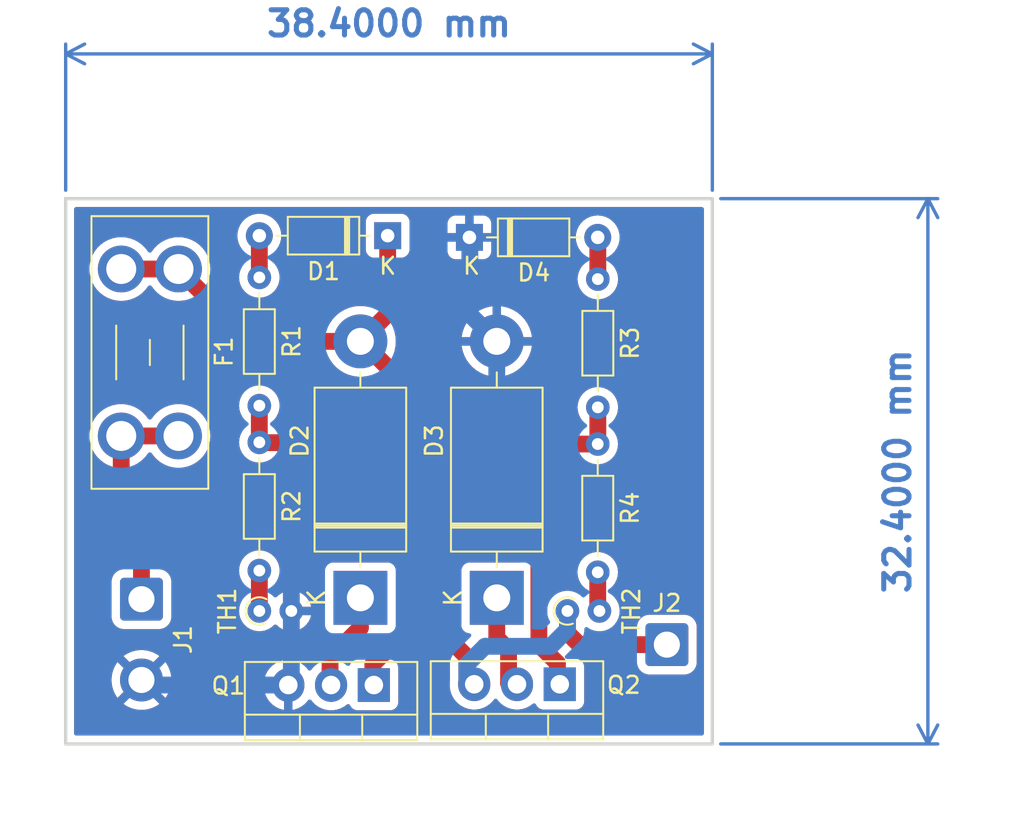
<source format=kicad_pcb>
(kicad_pcb (version 20240108) (generator "pcbnew") (generator_version "8.0")
  (title_block (date "2024-05-02") (rev "V1.0") (comment 1 "Author: Emiel V"))
  (layers (0 "F.Cu" signal) (31 "B.Cu" signal) (34 "B.Paste" user) (35 "F.Paste" user) (36 "B.SilkS" user "B.Silkscreen") (37 "F.SilkS" user "F.Silkscreen") (38 "B.Mask" user) (39 "F.Mask" user) (44 "Edge.Cuts" user))
  (net 0 "")
  (net 1 "6VAC")
  (net 2 "Net-(D1-A)")
  (net 3 "Net-(D2-K)")
  (net 4 "Net-(D3-K)")
  (net 5 "Earth")
  (net 6 "Net-(D4-A)")
  (net 7 "Net-(J1-Pin_1)")
  (net 8 "Net-(Q1-G)")
  (net 9 "Net-(Q2-G)")
  (net 10 "Net-(R2-Pad2)")
  (net 11 "Net-(R4-Pad2)")
  (footprint "Fuse:Fuseholder_Blade_Mini_Keystone_3568" (layer "F.Cu") (at 131.4 107.9 90)
    (property "Reference" "F1" (at 5 6.1 90) (layer "F.SilkS"))
    (property "Value" "Fuse")
    (fp_line (start 13.06 -1.77) (end -3.14 -1.77) (stroke (width 0.12)) (layer "F.SilkS"))
    (fp_line (start -3.14 -1.77) (end -3.14 5.17) (stroke (width 0.12)) (layer "F.SilkS"))
    (fp_line (start 3.36 -0.3) (end 6.56 -0.3) (stroke (width 0.12)) (layer "F.SilkS"))
    (fp_line (start 4.21 1.7) (end 5.71 1.7) (stroke (width 0.12)) (layer "F.SilkS"))
    (fp_line (start 6.56 3.7) (end 3.36 3.7) (stroke (width 0.12)) (layer "F.SilkS"))
    (fp_line (start 13.06 5.17) (end 13.06 -1.77) (stroke (width 0.12)) (layer "F.SilkS"))
    (fp_line (start -3.14 5.17) (end 13.06 5.17) (stroke (width 0.12)) (layer "F.SilkS"))
    (pad "1" thru_hole circle (at 0 0 90) (size 2.78 2.78) (drill 1.78) (layers "*.Cu" "*.Mask") (net 7 "Net-(J1-Pin_1)"))
    (pad "1" thru_hole circle (at 0 3.4 90) (size 2.78 2.78) (drill 1.78) (layers "*.Cu" "*.Mask") (net 7 "Net-(J1-Pin_1)"))
    (pad "2" thru_hole circle (at 9.92 0 90) (size 2.78 2.78) (drill 1.78) (layers "*.Cu" "*.Mask") (net 1 "6VAC"))
    (pad "2" thru_hole circle (at 9.92 3.4 90) (size 2.78 2.78) (drill 1.78) (layers "*.Cu" "*.Mask") (net 1 "6VAC"))
  )
  (footprint "Resistor_THT:R_Axial_DIN0204_L3.6mm_D1.6mm_P7.62mm_Horizontal" (layer "F.Cu") (at 139.6 108.28 -90)
    (property "Reference" "R2" (at 3.81 -1.92 90) (layer "F.SilkS"))
    (property "Value" "1K")
    (fp_line (start 1.89 0.92) (end 5.73 0.92) (stroke (width 0.12)) (layer "F.SilkS"))
    (fp_line (start 5.73 0.92) (end 5.73 -0.92) (stroke (width 0.12)) (layer "F.SilkS"))
    (fp_line (start 0.94 0) (end 1.89 0) (stroke (width 0.12)) (layer "F.SilkS"))
    (fp_line (start 6.68 0) (end 5.73 0) (stroke (width 0.12)) (layer "F.SilkS"))
    (fp_line (start 1.89 -0.92) (end 1.89 0.92) (stroke (width 0.12)) (layer "F.SilkS"))
    (fp_line (start 5.73 -0.92) (end 1.89 -0.92) (stroke (width 0.12)) (layer "F.SilkS"))
    (pad "1" thru_hole circle (at 0 0 270) (size 1.4 1.4) (drill 0.7) (layers "*.Cu" "*.Mask") (net 8 "Net-(Q1-G)"))
    (pad "2" thru_hole oval (at 7.62 0 270) (size 1.4 1.4) (drill 0.7) (layers "*.Cu" "*.Mask") (net 10 "Net-(R2-Pad2)"))
  )
  (footprint "Diode_THT:D_DO-201AD_P15.24mm_Horizontal" (layer "F.Cu") (at 145.6 117.52 90)
    (property "Reference" "D2" (at 9.32 -3.6 -90) (layer "F.SilkS"))
    (property "Value" "1N5406")
    (fp_line (start 12.49 -2.72) (end 2.75 -2.72) (stroke (width 0.12)) (layer "F.SilkS"))
    (fp_line (start 4.415 -2.72) (end 4.415 2.72) (stroke (width 0.12)) (layer "F.SilkS"))
    (fp_line (start 4.295 -2.72) (end 4.295 2.72) (stroke (width 0.12)) (layer "F.SilkS"))
    (fp_line (start 4.175 -2.72) (end 4.175 2.72) (stroke (width 0.12)) (layer "F.SilkS"))
    (fp_line (start 2.75 -2.72) (end 2.75 2.72) (stroke (width 0.12)) (layer "F.SilkS"))
    (fp_line (start 13.4 0) (end 12.49 0) (stroke (width 0.12)) (layer "F.SilkS"))
    (fp_line (start 1.84 0) (end 2.75 0) (stroke (width 0.12)) (layer "F.SilkS"))
    (fp_line (start 12.49 2.72) (end 12.49 -2.72) (stroke (width 0.12)) (layer "F.SilkS"))
    (fp_line (start 2.75 2.72) (end 12.49 2.72) (stroke (width 0.12)) (layer "F.SilkS"))
    (fp_text user "K" (at 0 -2.6 -90) (layer "F.SilkS"))
    (pad "1" thru_hole rect (at 0 0 90) (size 3.2 3.2) (drill 1.6) (layers "*.Cu" "*.Mask") (net 3 "Net-(D2-K)"))
    (pad "2" thru_hole oval (at 15.24 0 90) (size 3.2 3.2) (drill 1.6) (layers "*.Cu" "*.Mask") (net 1 "6VAC"))
  )
  (footprint "Connector_Wire:SolderWire-0.75sqmm_1x02_P4.8mm_D1.25mm_OD2.3mm" (layer "F.Cu") (at 132.6 117.6 -90)
    (property "Reference" "J1" (at 2.4 -2.47 90) (layer "F.SilkS"))
    (property "Value" "Conn_01x02_Socket")
    (pad "1" thru_hole roundrect (at 0 0 270) (size 2.55 2.55) (drill 1.55) (layers "*.Cu" "*.Mask") (roundrect_rratio 0.098039) (net 7 "Net-(J1-Pin_1)"))
    (pad "2" thru_hole circle (at 4.8 0 270) (size 2.55 2.55) (drill 1.55) (layers "*.Cu" "*.Mask") (net 5 "Earth"))
  )
  (footprint "Diode_THT:D_DO-201AD_P15.24mm_Horizontal" (layer "F.Cu") (at 153.7 117.52 90)
    (property "Reference" "D3" (at 9.32 -3.72 -90) (layer "F.SilkS"))
    (property "Value" "1N5406")
    (fp_line (start 12.49 -2.72) (end 2.75 -2.72) (stroke (width 0.12)) (layer "F.SilkS"))
    (fp_line (start 4.415 -2.72) (end 4.415 2.72) (stroke (width 0.12)) (layer "F.SilkS"))
    (fp_line (start 4.295 -2.72) (end 4.295 2.72) (stroke (width 0.12)) (layer "F.SilkS"))
    (fp_line (start 4.175 -2.72) (end 4.175 2.72) (stroke (width 0.12)) (layer "F.SilkS"))
    (fp_line (start 2.75 -2.72) (end 2.75 2.72) (stroke (width 0.12)) (layer "F.SilkS"))
    (fp_line (start 13.4 0) (end 12.49 0) (stroke (width 0.12)) (layer "F.SilkS"))
    (fp_line (start 1.84 0) (end 2.75 0) (stroke (width 0.12)) (layer "F.SilkS"))
    (fp_line (start 12.49 2.72) (end 12.49 -2.72) (stroke (width 0.12)) (layer "F.SilkS"))
    (fp_line (start 2.75 2.72) (end 12.49 2.72) (stroke (width 0.12)) (layer "F.SilkS"))
    (fp_text user "K" (at 0 -2.6 -90) (layer "F.SilkS"))
    (pad "1" thru_hole rect (at 0 0 90) (size 3.2 3.2) (drill 1.6) (layers "*.Cu" "*.Mask") (net 4 "Net-(D3-K)"))
    (pad "2" thru_hole oval (at 15.24 0 90) (size 3.2 3.2) (drill 1.6) (layers "*.Cu" "*.Mask") (net 5 "Earth"))
  )
  (footprint "Resistor_THT:R_Axial_DIN0204_L3.6mm_D1.6mm_P1.90mm_Vertical" (layer "F.Cu") (at 139.6 118.3)
    (property "Reference" "TH1" (at -1.9 0 90) (layer "F.SilkS"))
    (property "Value" "Thermistor_NTC")
    (fp_arc (start 0.320095 0.749359) (mid -0.813042 -0.054435) (end 0.417133 -0.7) (stroke (width 0.12)) (layer "F.SilkS"))
    (pad "1" thru_hole circle (at 0 0) (size 1.4 1.4) (drill 0.7) (layers "*.Cu" "*.Mask") (net 10 "Net-(R2-Pad2)"))
    (pad "2" thru_hole oval (at 1.9 0) (size 1.4 1.4) (drill 0.7) (layers "*.Cu" "*.Mask") (net 5 "Earth"))
  )
  (footprint "Diode_THT:D_DO-35_SOD27_P7.62mm_Horizontal" (layer "F.Cu") (at 152.075 96.1)
    (property "Reference" "D4" (at 3.825 2.1 0) (layer "F.SilkS"))
    (property "Value" "BZX79-B3V9")
    (fp_line (start 1.04 0) (end 1.69 0) (stroke (width 0.12)) (layer "F.SilkS"))
    (fp_line (start 1.69 -1.12) (end 1.69 1.12) (stroke (width 0.12)) (layer "F.SilkS"))
    (fp_line (start 1.69 1.12) (end 5.93 1.12) (stroke (width 0.12)) (layer "F.SilkS"))
    (fp_line (start 2.29 -1.12) (end 2.29 1.12) (stroke (width 0.12)) (layer "F.SilkS"))
    (fp_line (start 2.41 -1.12) (end 2.41 1.12) (stroke (width 0.12)) (layer "F.SilkS"))
    (fp_line (start 2.53 -1.12) (end 2.53 1.12) (stroke (width 0.12)) (layer "F.SilkS"))
    (fp_line (start 5.93 -1.12) (end 1.69 -1.12) (stroke (width 0.12)) (layer "F.SilkS"))
    (fp_line (start 5.93 1.12) (end 5.93 -1.12) (stroke (width 0.12)) (layer "F.SilkS"))
    (fp_line (start 6.58 0) (end 5.93 0) (stroke (width 0.12)) (layer "F.SilkS"))
    (fp_text user "K" (at 0.125 1.7 0) (layer "F.SilkS"))
    (pad "1" thru_hole rect (at 0 0) (size 1.6 1.6) (drill 0.8) (layers "*.Cu" "*.Mask") (net 5 "Earth"))
    (pad "2" thru_hole oval (at 7.62 0) (size 1.6 1.6) (drill 0.8) (layers "*.Cu" "*.Mask") (net 6 "Net-(D4-A)"))
  )
  (footprint "Connector_Wire:SolderWire-0.75sqmm_1x01_D1.25mm_OD2.3mm" (layer "F.Cu") (at 163.8 120.3)
    (property "Reference" "J2" (at 0 -2.47 0) (layer "F.SilkS"))
    (property "Value" "Conn_01x01_Socket")
    (pad "1" thru_hole roundrect (at 0 0) (size 2.55 2.55) (drill 1.55) (layers "*.Cu" "*.Mask") (roundrect_rratio 0.098039) (net 1 "6VAC"))
  )
  (footprint "Resistor_THT:R_Axial_DIN0204_L3.6mm_D1.6mm_P7.62mm_Horizontal" (layer "F.Cu") (at 159.695 108.38 -90)
    (property "Reference" "R4" (at 3.81 -1.92 90) (layer "F.SilkS"))
    (property "Value" "1K")
    (fp_line (start 1.89 0.92) (end 5.73 0.92) (stroke (width 0.12)) (layer "F.SilkS"))
    (fp_line (start 5.73 0.92) (end 5.73 -0.92) (stroke (width 0.12)) (layer "F.SilkS"))
    (fp_line (start 0.94 0) (end 1.89 0) (stroke (width 0.12)) (layer "F.SilkS"))
    (fp_line (start 6.68 0) (end 5.73 0) (stroke (width 0.12)) (layer "F.SilkS"))
    (fp_line (start 1.89 -0.92) (end 1.89 0.92) (stroke (width 0.12)) (layer "F.SilkS"))
    (fp_line (start 5.73 -0.92) (end 1.89 -0.92) (stroke (width 0.12)) (layer "F.SilkS"))
    (pad "1" thru_hole circle (at 0 0 270) (size 1.4 1.4) (drill 0.7) (layers "*.Cu" "*.Mask") (net 9 "Net-(Q2-G)"))
    (pad "2" thru_hole oval (at 7.62 0 270) (size 1.4 1.4) (drill 0.7) (layers "*.Cu" "*.Mask") (net 11 "Net-(R4-Pad2)"))
  )
  (footprint "Package_TO_SOT_THT:TO-220-3_Vertical" (layer "F.Cu") (at 146.4 122.7 180)
    (property "Reference" "Q1" (at 8.64 -0.045 180) (layer "F.SilkS"))
    (property "Value" "IRLZ44N")
    (fp_line (start 7.66 -3.27) (end 7.66 1.371) (stroke (width 0.12)) (layer "F.SilkS"))
    (fp_line (start 4.391 -3.27) (end 4.391 -1.76) (stroke (width 0.12)) (layer "F.SilkS"))
    (fp_line (start 0.69 -3.27) (end 0.69 -1.76) (stroke (width 0.12)) (layer "F.SilkS"))
    (fp_line (start -2.58 1.371) (end 7.66 1.371) (stroke (width 0.12)) (layer "F.SilkS"))
    (fp_line (start -2.58 -1.76) (end 7.66 -1.76) (stroke (width 0.12)) (layer "F.SilkS"))
    (fp_line (start -2.58 -3.27) (end 7.66 -3.27) (stroke (width 0.12)) (layer "F.SilkS"))
    (fp_line (start -2.58 -3.27) (end -2.58 1.371) (stroke (width 0.12)) (layer "F.SilkS"))
    (pad "1" thru_hole rect (at 0 0 180) (size 1.905 2) (drill 1.1) (layers "*.Cu" "*.Mask") (net 8 "Net-(Q1-G)"))
    (pad "2" thru_hole oval (at 2.54 0 180) (size 1.905 2) (drill 1.1) (layers "*.Cu" "*.Mask") (net 3 "Net-(D2-K)"))
    (pad "3" thru_hole oval (at 5.08 0 180) (size 1.905 2) (drill 1.1) (layers "*.Cu" "*.Mask") (net 5 "Earth"))
  )
  (footprint "Resistor_THT:R_Axial_DIN0204_L3.6mm_D1.6mm_P7.62mm_Horizontal" (layer "F.Cu") (at 139.6 98.48 -90)
    (property "Reference" "R1" (at 3.81 -1.92 90) (layer "F.SilkS"))
    (property "Value" "120")
    (fp_line (start 1.89 0.92) (end 5.73 0.92) (stroke (width 0.12)) (layer "F.SilkS"))
    (fp_line (start 5.73 0.92) (end 5.73 -0.92) (stroke (width 0.12)) (layer "F.SilkS"))
    (fp_line (start 0.94 0) (end 1.89 0) (stroke (width 0.12)) (layer "F.SilkS"))
    (fp_line (start 6.68 0) (end 5.73 0) (stroke (width 0.12)) (layer "F.SilkS"))
    (fp_line (start 1.89 -0.92) (end 1.89 0.92) (stroke (width 0.12)) (layer "F.SilkS"))
    (fp_line (start 5.73 -0.92) (end 1.89 -0.92) (stroke (width 0.12)) (layer "F.SilkS"))
    (pad "1" thru_hole circle (at 0 0 270) (size 1.4 1.4) (drill 0.7) (layers "*.Cu" "*.Mask") (net 2 "Net-(D1-A)"))
    (pad "2" thru_hole oval (at 7.62 0 270) (size 1.4 1.4) (drill 0.7) (layers "*.Cu" "*.Mask") (net 8 "Net-(Q1-G)"))
  )
  (footprint "Resistor_THT:R_Axial_DIN0204_L3.6mm_D1.6mm_P1.90mm_Vertical" (layer "F.Cu") (at 157.895 118.3)
    (property "Reference" "TH2" (at 3.805 0 90) (layer "F.SilkS"))
    (property "Value" "Thermistor_NTC")
    (fp_arc (start 0.320095 0.749359) (mid -0.813042 -0.054435) (end 0.417133 -0.7) (stroke (width 0.12)) (layer "F.SilkS"))
    (pad "1" thru_hole circle (at 0 0) (size 1.4 1.4) (drill 0.7) (layers "*.Cu" "*.Mask") (net 1 "6VAC"))
    (pad "2" thru_hole oval (at 1.9 0) (size 1.4 1.4) (drill 0.7) (layers "*.Cu" "*.Mask") (net 11 "Net-(R4-Pad2)"))
  )
  (footprint "Diode_THT:D_DO-35_SOD27_P7.62mm_Horizontal" (layer "F.Cu") (at 147.22 96 180)
    (property "Reference" "D1" (at 3.81 -2.12 180) (layer "F.SilkS"))
    (property "Value" "BZX79-B3V9")
    (fp_line (start 6.58 0) (end 5.93 0) (stroke (width 0.12)) (layer "F.SilkS"))
    (fp_line (start 5.93 1.12) (end 5.93 -1.12) (stroke (width 0.12)) (layer "F.SilkS"))
    (fp_line (start 5.93 -1.12) (end 1.69 -1.12) (stroke (width 0.12)) (layer "F.SilkS"))
    (fp_line (start 2.53 -1.12) (end 2.53 1.12) (stroke (width 0.12)) (layer "F.SilkS"))
    (fp_line (start 2.41 -1.12) (end 2.41 1.12) (stroke (width 0.12)) (layer "F.SilkS"))
    (fp_line (start 2.29 -1.12) (end 2.29 1.12) (stroke (width 0.12)) (layer "F.SilkS"))
    (fp_line (start 1.69 1.12) (end 5.93 1.12) (stroke (width 0.12)) (layer "F.SilkS"))
    (fp_line (start 1.69 -1.12) (end 1.69 1.12) (stroke (width 0.12)) (layer "F.SilkS"))
    (fp_line (start 1.04 0) (end 1.69 0) (stroke (width 0.12)) (layer "F.SilkS"))
    (fp_text user "K" (at 0 -1.8 180) (layer "F.SilkS"))
    (pad "1" thru_hole rect (at 0 0 180) (size 1.6 1.6) (drill 0.8) (layers "*.Cu" "*.Mask") (net 1 "6VAC"))
    (pad "2" thru_hole oval (at 7.62 0 180) (size 1.6 1.6) (drill 0.8) (layers "*.Cu" "*.Mask") (net 2 "Net-(D1-A)"))
  )
  (footprint "Resistor_THT:R_Axial_DIN0204_L3.6mm_D1.6mm_P7.62mm_Horizontal" (layer "F.Cu") (at 159.7 98.58 -90)
    (property "Reference" "R3" (at 3.81 -1.92 90) (layer "F.SilkS"))
    (property "Value" "120")
    (fp_line (start 1.89 0.92) (end 5.73 0.92) (stroke (width 0.12)) (layer "F.SilkS"))
    (fp_line (start 5.73 0.92) (end 5.73 -0.92) (stroke (width 0.12)) (layer "F.SilkS"))
    (fp_line (start 0.94 0) (end 1.89 0) (stroke (width 0.12)) (layer "F.SilkS"))
    (fp_line (start 6.68 0) (end 5.73 0) (stroke (width 0.12)) (layer "F.SilkS"))
    (fp_line (start 1.89 -0.92) (end 1.89 0.92) (stroke (width 0.12)) (layer "F.SilkS"))
    (fp_line (start 5.73 -0.92) (end 1.89 -0.92) (stroke (width 0.12)) (layer "F.SilkS"))
    (pad "1" thru_hole circle (at 0 0 270) (size 1.4 1.4) (drill 0.7) (layers "*.Cu" "*.Mask") (net 6 "Net-(D4-A)"))
    (pad "2" thru_hole oval (at 7.62 0 270) (size 1.4 1.4) (drill 0.7) (layers "*.Cu" "*.Mask") (net 9 "Net-(Q2-G)"))
  )
  (footprint "Package_TO_SOT_THT:TO-220-3_Vertical" (layer "F.Cu") (at 157.44 122.655 180)
    (property "Reference" "Q2" (at -3.8 -0.045 180) (layer "F.SilkS"))
    (property "Value" "IRLZ44N")
    (fp_line (start 7.66 -3.27) (end 7.66 1.371) (stroke (width 0.12)) (layer "F.SilkS"))
    (fp_line (start 4.391 -3.27) (end 4.391 -1.76) (stroke (width 0.12)) (layer "F.SilkS"))
    (fp_line (start 0.69 -3.27) (end 0.69 -1.76) (stroke (width 0.12)) (layer "F.SilkS"))
    (fp_line (start -2.58 1.371) (end 7.66 1.371) (stroke (width 0.12)) (layer "F.SilkS"))
    (fp_line (start -2.58 -1.76) (end 7.66 -1.76) (stroke (width 0.12)) (layer "F.SilkS"))
    (fp_line (start -2.58 -3.27) (end 7.66 -3.27) (stroke (width 0.12)) (layer "F.SilkS"))
    (fp_line (start -2.58 -3.27) (end -2.58 1.371) (stroke (width 0.12)) (layer "F.SilkS"))
    (pad "1" thru_hole rect (at 0 0 180) (size 1.905 2) (drill 1.1) (layers "*.Cu" "*.Mask") (net 9 "Net-(Q2-G)"))
    (pad "2" thru_hole oval (at 2.54 0 180) (size 1.905 2) (drill 1.1) (layers "*.Cu" "*.Mask") (net 4 "Net-(D3-K)"))
    (pad "3" thru_hole oval (at 5.08 0 180) (size 1.905 2) (drill 1.1) (layers "*.Cu" "*.Mask") (net 1 "6VAC"))
  )
  (gr_rect (start 128.1 93.8) (end 166.5 126.2) (stroke (width 0.2)) (fill none) (layer "Edge.Cuts"))
  (dimension (type aligned) (layer "B.Cu") (pts (xy 166.5 126.2) (xy 166.5 93.8)) (height 12.8) (gr_text "32.4000 mm" (at 177.5 110 90) (layer "B.Cu") (effects (font (size 1.5 1.5) (thickness 0.3)))) (format (prefix "") (suffix "") (units 3) (units_format 1) (precision 4)) (style (thickness 0.2) (arrow_length 1.27) (text_position_mode 0) (extension_height 0.58642) (extension_offset 0.5) keep_text_aligned))
  (dimension (type aligned) (layer "B.Cu") (pts (xy 128.1 93.8) (xy 166.5 93.8)) (height -8.6) (gr_text "38.4000 mm" (at 147.3 83.4 0) (layer "B.Cu") (effects (font (size 1.5 1.5) (thickness 0.3)))) (format (prefix "") (suffix "") (units 3) (units_format 1) (precision 4)) (style (thickness 0.2) (arrow_length 1.27) (text_position_mode 0) (extension_height 0.58642) (extension_offset 0.5) keep_text_aligned))
  (segment (start 157.895 119.595) (end 157.895 118.3) (width 1) (layer "F.Cu") (net 1))
  (segment (start 147.22 100.66) (end 145.6 102.28) (width 1) (layer "F.Cu") (net 1))
  (segment (start 131.4 97.98) (end 134.78 97.98) (width 1) (layer "F.Cu") (net 1))
  (segment (start 164.2 120.3) (end 158.6 120.3) (width 1) (layer "F.Cu") (net 1))
  (segment (start 147.22 96) (end 147.22 100.66) (width 1) (layer "F.Cu") (net 1))
  (segment (start 150.1 119.2) (end 150.1 106.7) (width 1) (layer "F.Cu") (net 1))
  (segment (start 150.1 106.7) (end 145.68 102.28) (width 1) (layer "F.Cu") (net 1))
  (segment (start 151.92 121.02) (end 150.1 119.2) (width 1) (layer "F.Cu") (net 1))
  (segment (start 134.78 97.98) (end 139.08 102.28) (width 1) (layer "F.Cu") (net 1))
  (segment (start 151.92 122.655) (end 151.92 121.02) (width 1) (layer "F.Cu") (net 1))
  (segment (start 158.6 120.3) (end 157.895 119.595) (width 1) (layer "F.Cu") (net 1))
  (segment (start 139.08 102.28) (end 145.6 102.28) (width 1) (layer "F.Cu") (net 1))
  (segment (start 145.68 102.28) (end 145.6 102.28) (width 1) (layer "F.Cu") (net 1))
  (segment (start 157.895 119.405) (end 156.9 120.4) (width 1) (layer "B.Cu") (net 1))
  (segment (start 157.895 118.3) (end 157.895 119.405) (width 1) (layer "B.Cu") (net 1))
  (segment (start 153 120.4) (end 151.92 121.48) (width 1) (layer "B.Cu") (net 1))
  (segment (start 156.9 120.4) (end 153 120.4) (width 1) (layer "B.Cu") (net 1))
  (segment (start 151.92 121.48) (end 151.92 122.655) (width 1) (layer "B.Cu") (net 1))
  (segment (start 139.6 96.01) (end 139.6 98.4) (width 1) (layer "F.Cu") (net 2))
  (segment (start 143.8 121.1) (end 145.6 119.3) (width 1) (layer "F.Cu") (net 3))
  (segment (start 143.8 122.655) (end 143.8 121.1) (width 1) (layer "F.Cu") (net 3))
  (segment (start 145.6 119.3) (end 145.6 117.52) (width 1) (layer "F.Cu") (net 3))
  (segment (start 154.4 120.6) (end 153.7 119.9) (width 1) (layer "F.Cu") (net 4))
  (segment (start 153.7 119.9) (end 153.7 117.52) (width 1) (layer "F.Cu") (net 4))
  (segment (start 154.46 122.655) (end 154.4 122.595) (width 1) (layer "F.Cu") (net 4))
  (segment (start 154.4 122.595) (end 154.4 120.6) (width 1) (layer "F.Cu") (net 4))
  (segment (start 132.6 122.34) (end 132.96 122.7) (width 1) (layer "B.Cu") (net 5))
  (segment (start 152.1 96.125) (end 152.1 100.68) (width 1) (layer "B.Cu") (net 5))
  (segment (start 144.6 109.9) (end 151 109.9) (width 1) (layer "B.Cu") (net 5))
  (segment (start 141.5 122.52) (end 141.5 113) (width 1) (layer "B.Cu") (net 5))
  (segment (start 152.1 100.68) (end 153.7 102.28) (width 1) (layer "B.Cu") (net 5))
  (segment (start 151 109.9) (end 153.7 107.2) (width 1) (layer "B.Cu") (net 5))
  (segment (start 141.5 113) (end 144.6 109.9) (width 1) (layer "B.Cu") (net 5))
  (segment (start 132.96 122.7) (end 141.32 122.7) (width 1) (layer "B.Cu") (net 5))
  (segment (start 152.075 96.1) (end 152.1 96.125) (width 1) (layer "B.Cu") (net 5))
  (segment (start 153.7 107.2) (end 153.7 102.28) (width 1) (layer "B.Cu") (net 5))
  (segment (start 141.32 122.7) (end 141.5 122.52) (width 1) (layer "B.Cu") (net 5))
  (segment (start 159.7 98.6) (end 159.7 95.91) (width 1) (layer "F.Cu") (net 6))
  (segment (start 131.4 107.9) (end 134.8 107.9) (width 1) (layer "F.Cu") (net 7))
  (segment (start 132.6 111.6) (end 131.4 110.4) (width 1) (layer "F.Cu") (net 7))
  (segment (start 132.6 117.26) (end 132.6 111.6) (width 1) (layer "F.Cu") (net 7))
  (segment (start 131.4 110.4) (end 131.4 107.9) (width 1) (layer "F.Cu") (net 7))
  (segment (start 139.6 106.1) (end 139.6 108.28) (width 1) (layer "F.Cu") (net 8))
  (segment (start 146.8 108.3) (end 148.6 110.1) (width 1) (layer "F.Cu") (net 8))
  (segment (start 139.6 108.28) (end 139.62 108.3) (width 1) (layer "F.Cu") (net 8))
  (segment (start 148.6 110.1) (end 148.6 119.2) (width 1) (layer "F.Cu") (net 8))
  (segment (start 148.6 119.2) (end 146.34 121.46) (width 1) (layer "F.Cu") (net 8))
  (segment (start 146.34 121.46) (end 146.34 122.655) (width 1) (layer "F.Cu") (net 8))
  (segment (start 139.62 108.3) (end 146.8 108.3) (width 1) (layer "F.Cu") (net 8))
  (segment (start 156.2 120.3) (end 156.2 109.4) (width 1) (layer "F.Cu") (net 9))
  (segment (start 156.2 109.4) (end 157.22 108.38) (width 1) (layer "F.Cu") (net 9))
  (segment (start 159.695 108.38) (end 159.7 108.375) (width 1) (layer "F.Cu") (net 9))
  (segment (start 157.3 121.4) (end 156.2 120.3) (width 1) (layer "F.Cu") (net 9))
  (segment (start 157.3 122.355) (end 157.3 121.4) (width 1) (layer "F.Cu") (net 9))
  (segment (start 159.7 108.375) (end 159.7 106.2) (width 1) (layer "F.Cu") (net 9))
  (segment (start 157.22 108.38) (end 159.695 108.38) (width 1) (layer "F.Cu") (net 9))
  (segment (start 139.6 115.9) (end 139.6 118.3) (width 1) (layer "F.Cu") (net 10))
  (segment (start 159.695 116) (end 159.695 118.2) (width 1) (layer "F.Cu") (net 11))
  (segment (start 159.695 118.2) (end 159.795 118.3) (width 1) (layer "F.Cu") (net 11))
  (zone (net 5) (net_name "Earth") (layers "F&B.Cu") (connect_pads (clearance 0.5)) (min_thickness 0.25) (fill yes (thermal_gap 0.5) (thermal_bridge_width 0.5))
    (polygon (pts (xy 124.2 88.7) (xy 181.1 88.8) (xy 181.2 130.5) (xy 124.3 130.6)))
  )
)
</source>
